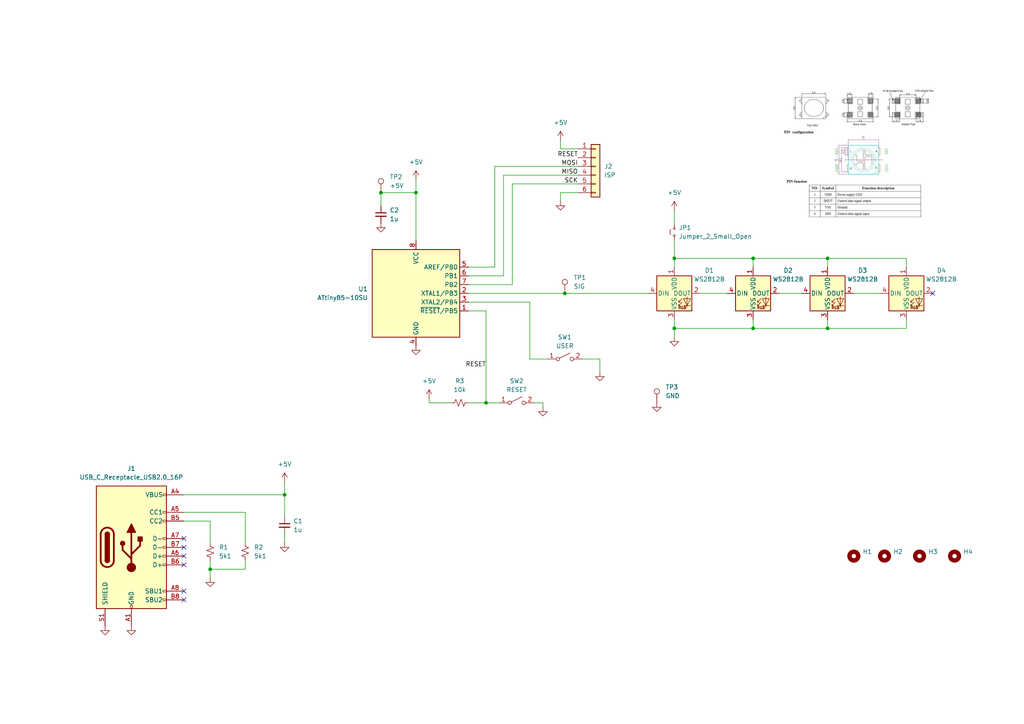
<source format=kicad_sch>
(kicad_sch (version 20250114) (generator "eeschema") (generator_version "9.0")
  (paper "A4")
  (lib_symbols
    (symbol "Connector:TestPoint" (pin_numbers (hide yes)) (pin_names (offset 0.762) (hide yes))
      (property "Reference" "TP" (at 0 6.858 0))
      (property "Value" "TestPoint" (at 0 5.08 0))
      (symbol "TestPoint_0_1"
        (circle (center 0 3.302) (radius 0.762))
      )
      (symbol "TestPoint_1_1"
        (pin passive line (at 0 0 90) (length 2.54) (name "1") (number "1"))
      )
    )
    (symbol "Connector:USB_C_Receptacle_USB2.0_16P" (pin_names (offset 1.016))
      (property "Reference" "J" (at 0 22.225 0))
      (property "Value" "USB_C_Receptacle_USB2.0_16P" (at 0 19.685 0))
      (symbol "USB_C_Receptacle_USB2.0_16P_0_0"
        (rectangle (start -0.254 -17.78) (end 0.254 -16.764))
        (rectangle (start 10.16 15.494) (end 9.144 14.986))
        (rectangle (start 10.16 10.414) (end 9.144 9.906))
        (rectangle (start 10.16 7.874) (end 9.144 7.366))
        (rectangle (start 10.16 2.794) (end 9.144 2.286))
        (rectangle (start 10.16 0.254) (end 9.144 -0.254))
        (rectangle (start 10.16 -2.286) (end 9.144 -2.794))
        (rectangle (start 10.16 -4.826) (end 9.144 -5.334))
        (rectangle (start 10.16 -12.446) (end 9.144 -12.954))
        (rectangle (start 10.16 -14.986) (end 9.144 -15.494))
      )
      (symbol "USB_C_Receptacle_USB2.0_16P_0_1"
        (rectangle (start -10.16 17.78) (end 10.16 -17.78) (stroke (width 0.254)) (fill (type background)))
        (polyline (pts (xy -8.89 -3.81) (xy -8.89 3.81)) (stroke (width 0.508)))
        (rectangle (start -7.62 -3.81) (end -6.35 3.81) (stroke (width 0.254)) (fill (type outline)))
        (arc (start -7.62 3.81) (mid -6.985 4.4423) (end -6.35 3.81) (stroke (width 0.254)))
        (arc (start -7.62 3.81) (mid -6.985 4.4423) (end -6.35 3.81) (stroke (width 0.254)) (fill (type outline)))
        (arc (start -8.89 3.81) (mid -6.985 5.7067) (end -5.08 3.81) (stroke (width 0.508)))
        (arc (start -5.08 -3.81) (mid -6.985 -5.7067) (end -8.89 -3.81) (stroke (width 0.508)))
        (arc (start -6.35 -3.81) (mid -6.985 -4.4423) (end -7.62 -3.81) (stroke (width 0.254)))
        (arc (start -6.35 -3.81) (mid -6.985 -4.4423) (end -7.62 -3.81) (stroke (width 0.254)) (fill (type outline)))
        (polyline (pts (xy -5.08 3.81) (xy -5.08 -3.81)) (stroke (width 0.508)))
        (circle (center -2.54 1.143) (radius 0.635) (stroke (width 0.254)) (fill (type outline)))
        (polyline (pts (xy -1.27 4.318) (xy 0 6.858) (xy 1.27 4.318) (xy -1.27 4.318)) (stroke (width 0.254)) (fill (type outline)))
        (polyline (pts (xy 0 -2.032) (xy 2.54 0.508) (xy 2.54 1.778)) (stroke (width 0.508)))
        (polyline (pts (xy 0 -3.302) (xy -2.54 -0.762) (xy -2.54 0.508)) (stroke (width 0.508)))
        (polyline (pts (xy 0 -5.842) (xy 0 4.318)) (stroke (width 0.508)))
        (circle (center 0 -5.842) (radius 1.27) (fill (type outline)))
        (rectangle (start 1.905 1.778) (end 3.175 3.048) (stroke (width 0.254)) (fill (type outline)))
      )
      (symbol "USB_C_Receptacle_USB2.0_16P_1_1"
        (pin passive line (at -7.62 -22.86 90) (length 5.08) (name "SHIELD") (number "S1"))
        (pin passive line (at 0 -22.86 90) (length 5.08) (name "GND") (number "A1"))
        (pin passive line (at 0 -22.86 90) (length 5.08) (hide yes) (name "GND") (number "A12"))
        (pin passive line (at 0 -22.86 90) (length 5.08) (hide yes) (name "GND") (number "B1"))
        (pin passive line (at 0 -22.86 90) (length 5.08) (hide yes) (name "GND") (number "B12"))
        (pin passive line (at 15.24 15.24 180) (length 5.08) (name "VBUS") (number "A4"))
        (pin passive line (at 15.24 15.24 180) (length 5.08) (hide yes) (name "VBUS") (number "A9"))
        (pin passive line (at 15.24 15.24 180) (length 5.08) (hide yes) (name "VBUS") (number "B4"))
        (pin passive line (at 15.24 15.24 180) (length 5.08) (hide yes) (name "VBUS") (number "B9"))
        (pin bidirectional line (at 15.24 10.16 180) (length 5.08) (name "CC1") (number "A5"))
        (pin bidirectional line (at 15.24 7.62 180) (length 5.08) (name "CC2") (number "B5"))
        (pin bidirectional line (at 15.24 2.54 180) (length 5.08) (name "D-") (number "A7"))
        (pin bidirectional line (at 15.24 0 180) (length 5.08) (name "D-") (number "B7"))
        (pin bidirectional line (at 15.24 -2.54 180) (length 5.08) (name "D+") (number "A6"))
        (pin bidirectional line (at 15.24 -5.08 180) (length 5.08) (name "D+") (number "B6"))
        (pin bidirectional line (at 15.24 -12.7 180) (length 5.08) (name "SBU1") (number "A8"))
        (pin bidirectional line (at 15.24 -15.24 180) (length 5.08) (name "SBU2") (number "B8"))
      )
    )
    (symbol "Connector_Generic:Conn_01x06" (pin_names (offset 1.016) (hide yes))
      (property "Reference" "J" (at 0 7.62 0))
      (property "Value" "Conn_01x06" (at 0 -10.16 0))
      (symbol "Conn_01x06_1_1"
        (rectangle (start -1.27 6.35) (end 1.27 -8.89) (stroke (width 0.254)) (fill (type background)))
        (rectangle (start -1.27 5.207) (end 0 4.953) (stroke (width 0.1524)))
        (rectangle (start -1.27 2.667) (end 0 2.413) (stroke (width 0.1524)))
        (rectangle (start -1.27 0.127) (end 0 -0.127) (stroke (width 0.1524)))
        (rectangle (start -1.27 -2.413) (end 0 -2.667) (stroke (width 0.1524)))
        (rectangle (start -1.27 -4.953) (end 0 -5.207) (stroke (width 0.1524)))
        (rectangle (start -1.27 -7.493) (end 0 -7.747) (stroke (width 0.1524)))
        (pin passive line (at -5.08 5.08 0) (length 3.81) (name "Pin_1") (number "1"))
        (pin passive line (at -5.08 2.54 0) (length 3.81) (name "Pin_2") (number "2"))
        (pin passive line (at -5.08 0 0) (length 3.81) (name "Pin_3") (number "3"))
        (pin passive line (at -5.08 -2.54 0) (length 3.81) (name "Pin_4") (number "4"))
        (pin passive line (at -5.08 -5.08 0) (length 3.81) (name "Pin_5") (number "5"))
        (pin passive line (at -5.08 -7.62 0) (length 3.81) (name "Pin_6") (number "6"))
      )
    )
    (symbol "Device:C_Small" (pin_numbers (hide yes)) (pin_names (offset 0.254) (hide yes))
      (property "Reference" "C" (at 0.254 1.778 0))
      (property "Value" "C_Small" (at 0.254 -2.032 0))
      (symbol "C_Small_0_1"
        (polyline (pts (xy -1.524 0.508) (xy 1.524 0.508)) (stroke (width 0.3048)))
        (polyline (pts (xy -1.524 -0.508) (xy 1.524 -0.508)) (stroke (width 0.3302)))
      )
      (symbol "C_Small_1_1"
        (pin passive line (at 0 2.54 270) (length 2.032) (name "~") (number "1"))
        (pin passive line (at 0 -2.54 90) (length 2.032) (name "~") (number "2"))
      )
    )
    (symbol "Device:R_Small_US" (pin_numbers (hide yes)) (pin_names (offset 0.254) (hide yes))
      (property "Reference" "R" (at 0.762 0.508 0))
      (property "Value" "R_Small_US" (at 0.762 -1.016 0))
      (symbol "R_Small_US_1_1"
        (polyline (pts (xy 0 1.524) (xy 1.016 1.143) (xy 0 0.762) (xy -1.016 0.381) (xy 0 0)))
        (polyline (pts (xy 0 0) (xy 1.016 -0.381) (xy 0 -0.762) (xy -1.016 -1.143) (xy 0 -1.524)))
        (pin passive line (at 0 2.54 270) (length 1.016) (name "~") (number "1"))
        (pin passive line (at 0 -2.54 90) (length 1.016) (name "~") (number "2"))
      )
    )
    (symbol "Jumper:Jumper_2_Small_Open" (pin_numbers (hide yes)) (pin_names (offset 0) (hide yes))
      (property "Reference" "JP" (at 0 2.794 0))
      (property "Value" "Jumper_2_Small_Open" (at 0 -2.286 0))
      (symbol "Jumper_2_Small_Open_0_0"
        (circle (center -1.016 0) (radius 0.254))
        (circle (center 1.016 0) (radius 0.254))
      )
      (symbol "Jumper_2_Small_Open_0_1"
        (arc (start -0.762 1.0196) (mid 0 1.2729) (end 0.762 1.0196))
      )
      (symbol "Jumper_2_Small_Open_1_1"
        (pin passive line (at -2.54 0 0) (length 1.27) (name "A") (number "1"))
        (pin passive line (at 2.54 0 180) (length 1.27) (name "B") (number "2"))
      )
    )
    (symbol "LED:WS2812B" (pin_names (offset 0.254))
      (property "Reference" "D" (at 5.08 5.715 0))
      (property "Value" "WS2812B" (at 1.27 -5.715 0))
      (symbol "WS2812B_0_0"
        (text "RGB" (at 2.286 -4.191 0) (effects (font (size 0.762 0.762))))
      )
      (symbol "WS2812B_0_1"
        (polyline (pts (xy 1.27 -2.54) (xy 1.778 -2.54)))
        (polyline (pts (xy 1.27 -3.556) (xy 1.778 -3.556)))
        (polyline (pts (xy 2.286 -1.524) (xy 1.27 -2.54) (xy 1.27 -2.032)))
        (polyline (pts (xy 2.286 -2.54) (xy 1.27 -3.556) (xy 1.27 -3.048)))
        (polyline (pts (xy 3.683 -1.016) (xy 3.683 -3.556) (xy 3.683 -4.064)))
        (polyline (pts (xy 4.699 -1.524) (xy 2.667 -1.524) (xy 3.683 -3.556) (xy 4.699 -1.524)))
        (polyline (pts (xy 4.699 -3.556) (xy 2.667 -3.556)))
        (rectangle (start 5.08 5.08) (end -5.08 -5.08) (stroke (width 0.254)) (fill (type background)))
      )
      (symbol "WS2812B_1_1"
        (pin input line (at -7.62 0 0) (length 2.54) (name "DIN") (number "4"))
        (pin power_in line (at 0 7.62 270) (length 2.54) (name "VDD") (number "1"))
        (pin power_in line (at 0 -7.62 90) (length 2.54) (name "VSS") (number "3"))
        (pin output line (at 7.62 0 180) (length 2.54) (name "DOUT") (number "2"))
      )
    )
    (symbol "MCU_Microchip_ATtiny:ATtiny85-20S"
      (property "Reference" "U" (at -12.7 13.97 0))
      (property "Value" "ATtiny85-20S" (at 2.54 -13.97 0))
      (symbol "ATtiny85-20S_0_1"
        (rectangle (start -12.7 -12.7) (end 12.7 12.7) (stroke (width 0.254)) (fill (type background)))
      )
      (symbol "ATtiny85-20S_1_1"
        (pin power_in line (at 0 15.24 270) (length 2.54) (name "VCC") (number "8"))
        (pin power_in line (at 0 -15.24 90) (length 2.54) (name "GND") (number "4"))
        (pin bidirectional line (at 15.24 7.62 180) (length 2.54) (name "AREF/PB0") (number "5"))
        (pin bidirectional line (at 15.24 5.08 180) (length 2.54) (name "PB1") (number "6"))
        (pin bidirectional line (at 15.24 2.54 180) (length 2.54) (name "PB2") (number "7"))
        (pin bidirectional line (at 15.24 0 180) (length 2.54) (name "XTAL1/PB3") (number "2"))
        (pin bidirectional line (at 15.24 -2.54 180) (length 2.54) (name "XTAL2/PB4") (number "3"))
        (pin bidirectional line (at 15.24 -5.08 180) (length 2.54) (name "~{RESET}/PB5") (number "1"))
      )
    )
    (symbol "Mechanical:MountingHole" (pin_names (offset 1.016)) (exclude_from_sim yes) (in_bom no)
      (property "Reference" "H" (at 0 5.08 0))
      (property "Value" "MountingHole" (at 0 3.175 0))
      (symbol "MountingHole_0_1"
        (circle (center 0 0) (radius 1.27) (stroke (width 1.27)))
      )
    )
    (symbol "Switch:SW_SPST" (pin_names (offset 0) (hide yes))
      (property "Reference" "SW" (at 0 3.175 0))
      (property "Value" "SW_SPST" (at 0 -2.54 0))
      (symbol "SW_SPST_0_0"
        (circle (center -2.032 0) (radius 0.508))
        (polyline (pts (xy -1.524 0.254) (xy 1.524 1.778)))
        (circle (center 2.032 0) (radius 0.508))
      )
      (symbol "SW_SPST_1_1"
        (pin passive line (at -5.08 0 0) (length 2.54) (name "A") (number "1"))
        (pin passive line (at 5.08 0 180) (length 2.54) (name "B") (number "2"))
      )
    )
    (symbol "power:+5V" (power) (pin_numbers (hide yes)) (pin_names (offset 0) (hide yes))
      (property "Value" "+5V" (at 0 3.556 0))
      (symbol "+5V_0_1"
        (polyline (pts (xy -0.762 1.27) (xy 0 2.54)))
        (polyline (pts (xy 0 2.54) (xy 0.762 1.27)))
        (polyline (pts (xy 0 0) (xy 0 2.54)))
      )
      (symbol "+5V_1_1"
        (pin power_in line (at 0 0 90) (length 0) (name "~") (number "1"))
      )
    )
    (symbol "power:GND" (power) (pin_numbers (hide yes)) (pin_names (offset 0) (hide yes))
      (property "Value" "GND" (at 0 -3.81 0))
      (symbol "GND_0_1"
        (polyline (pts (xy 0 0) (xy 0 -1.27) (xy 1.27 -1.27) (xy 0 -2.54) (xy -1.27 -1.27) (xy 0 -1.27)))
      )
      (symbol "GND_1_1"
        (pin power_in line (at 0 0 270) (length 0) (name "~") (number "1"))
      )
    )
  )
  (junction (at 195.58 74.93))
  (junction (at 218.44 74.93))
  (junction (at 195.58 95.25))
  (junction (at 120.65 55.88))
  (junction (at 60.96 165.1))
  (junction (at 110.49 55.88))
  (junction (at 82.55 143.51))
  (junction (at 140.97 116.84))
  (junction (at 218.44 95.25))
  (junction (at 163.83 85.09))
  (junction (at 240.03 95.25))
  (junction (at 240.03 74.93))
  (no_connect (at 53.34 171.45))
  (no_connect (at 53.34 161.29))
  (no_connect (at 53.34 158.75))
  (no_connect (at 53.34 163.83))
  (no_connect (at 53.34 173.99))
  (no_connect (at 53.34 156.21))
  (no_connect (at 270.51 85.09))
  (wire (pts (xy 240.03 74.93) (xy 240.03 77.47)))
  (wire (pts (xy 240.03 92.71) (xy 240.03 95.25)))
  (wire (pts (xy 110.49 59.69) (xy 110.49 55.88)))
  (wire (pts (xy 143.51 77.47) (xy 135.89 77.47)))
  (wire (pts (xy 135.89 90.17) (xy 140.97 90.17)))
  (wire (pts (xy 60.96 165.1) (xy 60.96 167.64)))
  (wire (pts (xy 148.59 53.34) (xy 148.59 82.55)))
  (wire (pts (xy 167.64 55.88) (xy 162.56 55.88)))
  (wire (pts (xy 82.55 154.94) (xy 82.55 157.48)))
  (wire (pts (xy 135.89 85.09) (xy 163.83 85.09)))
  (wire (pts (xy 218.44 74.93) (xy 218.44 77.47)))
  (wire (pts (xy 135.89 116.84) (xy 140.97 116.84)))
  (wire (pts (xy 195.58 92.71) (xy 195.58 95.25)))
  (wire (pts (xy 71.12 148.59) (xy 53.34 148.59)))
  (wire (pts (xy 71.12 165.1) (xy 60.96 165.1)))
  (wire (pts (xy 203.2 85.09) (xy 210.82 85.09)))
  (wire (pts (xy 240.03 95.25) (xy 218.44 95.25)))
  (wire (pts (xy 124.46 116.84) (xy 130.81 116.84)))
  (wire (pts (xy 195.58 69.85) (xy 195.58 74.93)))
  (wire (pts (xy 167.64 53.34) (xy 148.59 53.34)))
  (wire (pts (xy 146.05 80.01) (xy 146.05 50.8)))
  (wire (pts (xy 60.96 157.48) (xy 60.96 151.13)))
  (wire (pts (xy 240.03 74.93) (xy 218.44 74.93)))
  (wire (pts (xy 162.56 40.64) (xy 162.56 43.18)))
  (wire (pts (xy 71.12 157.48) (xy 71.12 148.59)))
  (wire (pts (xy 60.96 151.13) (xy 53.34 151.13)))
  (wire (pts (xy 162.56 55.88) (xy 162.56 58.42)))
  (wire (pts (xy 153.67 87.63) (xy 135.89 87.63)))
  (wire (pts (xy 120.65 52.07) (xy 120.65 55.88)))
  (wire (pts (xy 135.89 80.01) (xy 146.05 80.01)))
  (wire (pts (xy 218.44 92.71) (xy 218.44 95.25)))
  (wire (pts (xy 218.44 95.25) (xy 195.58 95.25)))
  (wire (pts (xy 157.48 116.84) (xy 157.48 118.11)))
  (wire (pts (xy 148.59 82.55) (xy 135.89 82.55)))
  (wire (pts (xy 163.83 85.09) (xy 187.96 85.09)))
  (wire (pts (xy 158.75 104.14) (xy 153.67 104.14)))
  (wire (pts (xy 247.65 85.09) (xy 255.27 85.09)))
  (wire (pts (xy 140.97 116.84) (xy 144.78 116.84)))
  (wire (pts (xy 262.89 95.25) (xy 240.03 95.25)))
  (wire (pts (xy 143.51 48.26) (xy 143.51 77.47)))
  (wire (pts (xy 153.67 104.14) (xy 153.67 87.63)))
  (wire (pts (xy 262.89 77.47) (xy 262.89 74.93)))
  (wire (pts (xy 60.96 162.56) (xy 60.96 165.1)))
  (wire (pts (xy 226.06 85.09) (xy 232.41 85.09)))
  (wire (pts (xy 173.99 104.14) (xy 173.99 107.95)))
  (wire (pts (xy 154.94 116.84) (xy 157.48 116.84)))
  (wire (pts (xy 262.89 74.93) (xy 240.03 74.93)))
  (wire (pts (xy 82.55 143.51) (xy 53.34 143.51)))
  (wire (pts (xy 140.97 90.17) (xy 140.97 116.84)))
  (wire (pts (xy 168.91 104.14) (xy 173.99 104.14)))
  (wire (pts (xy 82.55 139.7) (xy 82.55 143.51)))
  (wire (pts (xy 120.65 55.88) (xy 120.65 69.85)))
  (wire (pts (xy 218.44 74.93) (xy 195.58 74.93)))
  (wire (pts (xy 162.56 43.18) (xy 167.64 43.18)))
  (wire (pts (xy 71.12 162.56) (xy 71.12 165.1)))
  (wire (pts (xy 110.49 55.88) (xy 120.65 55.88)))
  (wire (pts (xy 195.58 60.96) (xy 195.58 64.77)))
  (wire (pts (xy 124.46 115.57) (xy 124.46 116.84)))
  (wire (pts (xy 167.64 48.26) (xy 143.51 48.26)))
  (wire (pts (xy 262.89 92.71) (xy 262.89 95.25)))
  (wire (pts (xy 195.58 95.25) (xy 195.58 97.79)))
  (wire (pts (xy 82.55 149.86) (xy 82.55 143.51)))
  (wire (pts (xy 146.05 50.8) (xy 167.64 50.8)))
  (wire (pts (xy 195.58 74.93) (xy 195.58 77.47)))
  (image (at 248.92 44.45) (scale 0.205279))
  (label "SCK" (at 167.64 53.34 180))
  (label "RESET" (at 140.97 106.68 180))
  (label "RESET" (at 167.64 45.72 180))
  (label "MISO" (at 167.64 50.8 180))
  (label "MOSI" (at 167.64 48.26 180))
  (symbol (lib_id "power:GND") (at 38.1 181.61 0) (unit 1)
    (property "Reference" "#PWR02" (effects (hide yes)))
    (property "Value" "GND" (effects (hide yes)))
    (property "Description" "Power symbol creates a global label with name \"GND\" , ground" (effects (hide yes)))
  )
  (symbol (lib_id "Switch:SW_SPST") (at 149.86 116.84 0) (unit 1)
    (property "Reference" "SW2" (at 149.86 110.49 0))
    (property "Value" "RESET" (at 149.86 113.03 0))
    (property "Footprint" "Button_Switch_SMD:SW_SPST_PTS647_Sx38" (effects (hide yes)))
    (property "Description" "Single Pole Single Throw (SPST) switch" (effects (hide yes)))
  )
  (symbol (lib_id "power:GND") (at 162.56 58.42 0) (unit 1)
    (property "Reference" "#PWR014" (effects (hide yes)))
    (property "Value" "GND" (effects (hide yes)))
    (property "Description" "Power symbol creates a global label with name \"GND\" , ground" (effects (hide yes)))
  )
  (symbol (lib_id "Mechanical:MountingHole") (at 276.86 161.29 0) (unit 1) (in_bom no)
    (property "Reference" "H4" (at 279.4 160.02 0) (effects (justify left)))
    (property "Value" "MountingHole" (effects (hide yes)))
    (property "Footprint" "MountingHole:MountingHole_2.2mm_M2" (effects (hide yes)))
    (property "Description" "Mounting Hole without connection" (effects (hide yes)))
  )
  (symbol (lib_id "Device:R_Small_US") (at 71.12 160.02 180) (unit 1)
    (property "Reference" "R2" (at 73.66 158.75 0) (effects (justify right)))
    (property "Value" "5k1" (at 73.66 161.29 0) (effects (justify right)))
    (property "Footprint" "Resistor_SMD:R_0402_1005Metric" (effects (hide yes)))
    (property "Description" "Resistor, small US symbol" (effects (hide yes)))
  )
  (symbol (lib_id "power:GND") (at 60.96 167.64 0) (unit 1)
    (property "Reference" "#PWR01" (effects (hide yes)))
    (property "Value" "GND" (effects (hide yes)))
    (property "Description" "Power symbol creates a global label with name \"GND\" , ground" (effects (hide yes)))
  )
  (symbol (lib_id "Device:R_Small_US") (at 60.96 160.02 180) (unit 1)
    (property "Reference" "R1" (at 63.5 158.75 0) (effects (justify right)))
    (property "Value" "5k1" (at 63.5 161.29 0) (effects (justify right)))
    (property "Footprint" "Resistor_SMD:R_0402_1005Metric" (effects (hide yes)))
    (property "Description" "Resistor, small US symbol" (effects (hide yes)))
  )
  (symbol (lib_id "power:+5V") (at 162.56 40.64 0) (unit 1)
    (property "Reference" "#PWR013" (effects (hide yes)))
    (property "Value" "+5V" (at 162.56 35.56 0))
    (property "Description" "Power symbol creates a global label with name \"+5V\"" (effects (hide yes)))
  )
  (symbol (lib_id "Connector:TestPoint") (at 110.49 55.88 0) (unit 1)
    (property "Reference" "TP2" (at 113.03 51.3079 0) (effects (justify left)))
    (property "Value" "+5V" (at 113.03 53.8479 0) (effects (justify left)))
    (property "Footprint" "TestPoint:TestPoint_Pad_D1.5mm" (effects (hide yes)))
    (property "Description" "test point" (effects (hide yes)))
  )
  (symbol (lib_id "power:+5V") (at 120.65 52.07 0) (unit 1)
    (property "Reference" "#PWR06" (effects (hide yes)))
    (property "Value" "+5V" (at 120.65 46.99 0))
    (property "Description" "Power symbol creates a global label with name \"+5V\"" (effects (hide yes)))
  )
  (symbol (lib_id "Connector:TestPoint") (at 190.5 116.84 0) (unit 1)
    (property "Reference" "TP3" (at 193.04 112.2679 0) (effects (justify left)))
    (property "Value" "GND" (at 193.04 114.8079 0) (effects (justify left)))
    (property "Footprint" "TestPoint:TestPoint_Pad_D1.5mm" (effects (hide yes)))
    (property "Description" "test point" (effects (hide yes)))
  )
  (symbol (lib_id "Switch:SW_SPST") (at 163.83 104.14 0) (unit 1)
    (property "Reference" "SW1" (at 163.83 97.79 0))
    (property "Value" "USER" (at 163.83 100.33 0))
    (property "Footprint" "Button_Switch_SMD:SW_SPST_PTS647_Sx38" (effects (hide yes)))
    (property "Description" "Single Pole Single Throw (SPST) switch" (effects (hide yes)))
  )
  (symbol (lib_id "power:GND") (at 190.5 116.84 0) (unit 1)
    (property "Reference" "#PWR016" (effects (hide yes)))
    (property "Value" "GND" (effects (hide yes)))
    (property "Description" "Power symbol creates a global label with name \"GND\" , ground" (effects (hide yes)))
  )
  (symbol (lib_id "power:GND") (at 82.55 157.48 0) (unit 1)
    (property "Reference" "#PWR04" (effects (hide yes)))
    (property "Value" "GND" (effects (hide yes)))
    (property "Description" "Power symbol creates a global label with name \"GND\" , ground" (effects (hide yes)))
  )
  (symbol (lib_id "power:+5V") (at 82.55 139.7 0) (unit 1)
    (property "Reference" "#PWR05" (effects (hide yes)))
    (property "Value" "+5V" (at 82.55 134.62 0))
    (property "Description" "Power symbol creates a global label with name \"+5V\"" (effects (hide yes)))
  )
  (symbol (lib_id "Jumper:Jumper_2_Small_Open") (at 195.58 67.31 90) (unit 1)
    (property "Reference" "JP1" (at 196.85 66.0399 90) (effects (justify right)))
    (property "Value" "Jumper_2_Small_Open" (at 196.85 68.5799 90) (effects (justify right)))
    (property "Footprint" "Jumper:SolderJumper-2_P1.3mm_Open_TrianglePad1.0x1.5mm" (effects (hide yes)))
    (property "Description" "Jumper, 2-pole, small symbol, open" (effects (hide yes)))
  )
  (symbol (lib_id "power:+5V") (at 195.58 60.96 0) (unit 1)
    (property "Reference" "#PWR09" (effects (hide yes)))
    (property "Value" "+5V" (at 195.58 55.88 0))
    (property "Description" "Power symbol creates a global label with name \"+5V\"" (effects (hide yes)))
  )
  (symbol (lib_id "power:+5V") (at 124.46 115.57 0) (unit 1)
    (property "Reference" "#PWR015" (effects (hide yes)))
    (property "Value" "+5V" (at 124.46 110.49 0))
    (property "Description" "Power symbol creates a global label with name \"+5V\"" (effects (hide yes)))
  )
  (symbol (lib_id "LED:WS2812B") (at 262.89 85.09 0) (unit 1)
    (property "Reference" "D4" (at 273.05 78.4411 0))
    (property "Value" "WS2812B" (at 273.05 80.9811 0))
    (property "Footprint" "LED_SMD:LED_WS2812B_PLCC4_5.0x5.0mm_P3.2mm" (effects (hide yes)))
    (property "Datasheet" "https://cdn-shop.adafruit.com/datasheets/WS2812B.pdf" (effects (hide yes)))
    (property "Description" "RGB LED with integrated controller" (effects (hide yes)))
  )
  (symbol (lib_id "power:GND") (at 173.99 107.95 0) (unit 1)
    (property "Reference" "#PWR011" (effects (hide yes)))
    (property "Value" "GND" (effects (hide yes)))
    (property "Description" "Power symbol creates a global label with name \"GND\" , ground" (effects (hide yes)))
  )
  (symbol (lib_id "Mechanical:MountingHole") (at 247.65 161.29 0) (unit 1) (in_bom no)
    (property "Reference" "H1" (at 250.19 160.02 0) (effects (justify left)))
    (property "Value" "MountingHole" (effects (hide yes)))
    (property "Footprint" "MountingHole:MountingHole_2.2mm_M2" (effects (hide yes)))
    (property "Description" "Mounting Hole without connection" (effects (hide yes)))
  )
  (symbol (lib_id "MCU_Microchip_ATtiny:ATtiny85-20S") (at 120.65 85.09 0) (unit 1)
    (property "Reference" "U1" (at 106.68 83.82 0) (effects (justify right)))
    (property "Value" "ATtiny85-10SU" (at 106.68 86.36 0) (effects (justify right)))
    (property "Footprint" "Package_SO:SOIC-8_5.3x5.3mm_P1.27mm" (effects (hide yes)))
    (property "Datasheet" "http://ww1.microchip.com/downloads/en/DeviceDoc/atmel-2586-avr-8-bit-microcontroller-attiny25-attiny45-attiny85_datasheet.pdf" (effects (hide yes)))
    (property "Description" "20MHz, 8kB Flash, 512B SRAM, 512B EEPROM, debugWIRE, SOIC-8" (effects (hide yes)))
  )
  (symbol (lib_id "Mechanical:MountingHole") (at 266.7 161.29 0) (unit 1) (in_bom no)
    (property "Reference" "H3" (at 269.24 160.02 0) (effects (justify left)))
    (property "Value" "MountingHole" (effects (hide yes)))
    (property "Footprint" "MountingHole:MountingHole_2.2mm_M2" (effects (hide yes)))
    (property "Description" "Mounting Hole without connection" (effects (hide yes)))
  )
  (symbol (lib_id "power:GND") (at 30.48 181.61 0) (unit 1)
    (property "Reference" "#PWR03" (effects (hide yes)))
    (property "Value" "GND" (effects (hide yes)))
    (property "Description" "Power symbol creates a global label with name \"GND\" , ground" (effects (hide yes)))
  )
  (symbol (lib_id "Device:C_Small") (at 110.49 62.23 0) (unit 1)
    (property "Reference" "C2" (at 113.03 60.9663 0) (effects (justify left)))
    (property "Value" "1u" (at 113.03 63.5063 0) (effects (justify left)))
    (property "Footprint" "Capacitor_SMD:C_0603_1608Metric" (effects (hide yes)))
    (property "Description" "Unpolarized capacitor, small symbol" (effects (hide yes)))
  )
  (symbol (lib_id "Connector_Generic:Conn_01x06") (at 172.72 48.26 0) (unit 1)
    (property "Reference" "J2" (at 175.26 48.26 0) (effects (justify left)))
    (property "Value" "ISP" (at 175.26 50.8 0) (effects (justify left)))
    (property "Footprint" "Connector_JST:JST_PH_B6B-PH-K_1x06_P2.00mm_Vertical" (effects (hide yes)))
    (property "Description" "Generic connector, single row, 01x06, script generated (kicad-library-utils/schlib/autogen/connector/)" (effects (hide yes)))
  )
  (symbol (lib_id "LED:WS2812B") (at 240.03 85.09 0) (unit 1)
    (property "Reference" "D3" (at 250.19 78.4411 0))
    (property "Value" "WS2812B" (at 250.19 80.9811 0))
    (property "Footprint" "LED_SMD:LED_WS2812B_PLCC4_5.0x5.0mm_P3.2mm" (effects (hide yes)))
    (property "Datasheet" "https://cdn-shop.adafruit.com/datasheets/WS2812B.pdf" (effects (hide yes)))
    (property "Description" "RGB LED with integrated controller" (effects (hide yes)))
  )
  (symbol (lib_id "LED:WS2812B") (at 218.44 85.09 0) (unit 1)
    (property "Reference" "D2" (at 228.6 78.4411 0))
    (property "Value" "WS2812B" (at 228.6 80.9811 0))
    (property "Footprint" "LED_SMD:LED_WS2812B_PLCC4_5.0x5.0mm_P3.2mm" (effects (hide yes)))
    (property "Datasheet" "https://cdn-shop.adafruit.com/datasheets/WS2812B.pdf" (effects (hide yes)))
    (property "Description" "RGB LED with integrated controller" (effects (hide yes)))
  )
  (symbol (lib_id "power:GND") (at 110.49 64.77 0) (unit 1)
    (property "Reference" "#PWR08" (effects (hide yes)))
    (property "Value" "GND" (effects (hide yes)))
    (property "Description" "Power symbol creates a global label with name \"GND\" , ground" (effects (hide yes)))
  )
  (symbol (lib_id "power:GND") (at 195.58 97.79 0) (unit 1)
    (property "Reference" "#PWR010" (effects (hide yes)))
    (property "Value" "GND" (effects (hide yes)))
    (property "Description" "Power symbol creates a global label with name \"GND\" , ground" (effects (hide yes)))
  )
  (symbol (lib_id "Device:R_Small_US") (at 133.35 116.84 90) (unit 1)
    (property "Reference" "R3" (at 133.35 110.49 90))
    (property "Value" "10k" (at 133.35 113.03 90))
    (property "Footprint" "Resistor_SMD:R_0402_1005Metric" (effects (hide yes)))
    (property "Description" "Resistor, small US symbol" (effects (hide yes)))
  )
  (symbol (lib_id "Mechanical:MountingHole") (at 256.54 161.29 0) (unit 1) (in_bom no)
    (property "Reference" "H2" (at 259.08 160.02 0) (effects (justify left)))
    (property "Value" "MountingHole" (effects (hide yes)))
    (property "Footprint" "MountingHole:MountingHole_2.2mm_M2" (effects (hide yes)))
    (property "Description" "Mounting Hole without connection" (effects (hide yes)))
  )
  (symbol (lib_id "power:GND") (at 157.48 118.11 0) (unit 1)
    (property "Reference" "#PWR012" (effects (hide yes)))
    (property "Value" "GND" (effects (hide yes)))
    (property "Description" "Power symbol creates a global label with name \"GND\" , ground" (effects (hide yes)))
  )
  (symbol (lib_id "Connector:TestPoint") (at 163.83 85.09 0) (unit 1)
    (property "Reference" "TP1" (at 166.37 80.5179 0) (effects (justify left)))
    (property "Value" "SIG" (at 166.37 83.0579 0) (effects (justify left)))
    (property "Footprint" "TestPoint:TestPoint_Pad_D1.5mm" (effects (hide yes)))
    (property "Description" "test point" (effects (hide yes)))
  )
  (symbol (lib_id "Connector:USB_C_Receptacle_USB2.0_16P") (at 38.1 158.75 0) (unit 1)
    (property "Reference" "J1" (at 38.1 135.89 0))
    (property "Value" "USB_C_Receptacle_USB2.0_16P" (at 38.1 138.43 0))
    (property "Footprint" "Connector_USB:USB_C_Receptacle_G-Switch_GT-USB-7010ASV" (effects (hide yes)))
    (property "Datasheet" "https://www.usb.org/sites/default/files/documents/usb_type-c.zip" (effects (hide yes)))
    (property "Description" "USB 2.0-only 16P Type-C Receptacle connector" (effects (hide yes)))
  )
  (symbol (lib_id "power:GND") (at 120.65 100.33 0) (unit 1)
    (property "Reference" "#PWR07" (effects (hide yes)))
    (property "Value" "GND" (effects (hide yes)))
    (property "Description" "Power symbol creates a global label with name \"GND\" , ground" (effects (hide yes)))
  )
  (symbol (lib_id "LED:WS2812B") (at 195.58 85.09 0) (unit 1)
    (property "Reference" "D1" (at 205.74 78.4411 0))
    (property "Value" "WS2812B" (at 205.74 80.9811 0))
    (property "Footprint" "LED_SMD:LED_WS2812B_PLCC4_5.0x5.0mm_P3.2mm" (effects (hide yes)))
    (property "Datasheet" "https://cdn-shop.adafruit.com/datasheets/WS2812B.pdf" (effects (hide yes)))
    (property "Description" "RGB LED with integrated controller" (effects (hide yes)))
  )
  (symbol (lib_id "Device:C_Small") (at 82.55 152.4 0) (unit 1)
    (property "Reference" "C1" (at 85.09 151.1363 0) (effects (justify left)))
    (property "Value" "1u" (at 85.09 153.6763 0) (effects (justify left)))
    (property "Footprint" "Capacitor_SMD:C_0603_1608Metric" (effects (hide yes)))
    (property "Description" "Unpolarized capacitor, small symbol" (effects (hide yes)))
  )
)
</source>
